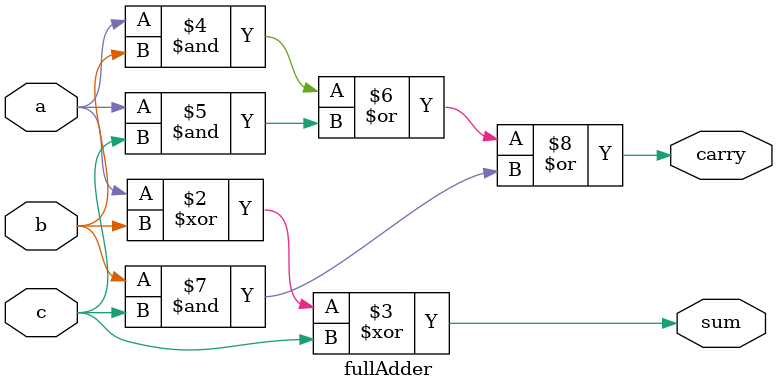
<source format=v>
module fullAdder (a, b, c, sum, carry);
input a, b, c;
output sum, carry;
reg sum, carry;
always @(a or b or c)
begin
	sum = a ^ b ^ c;
	carry = (a & b) | (a & c) | (b & c);
end
endmodule

</source>
